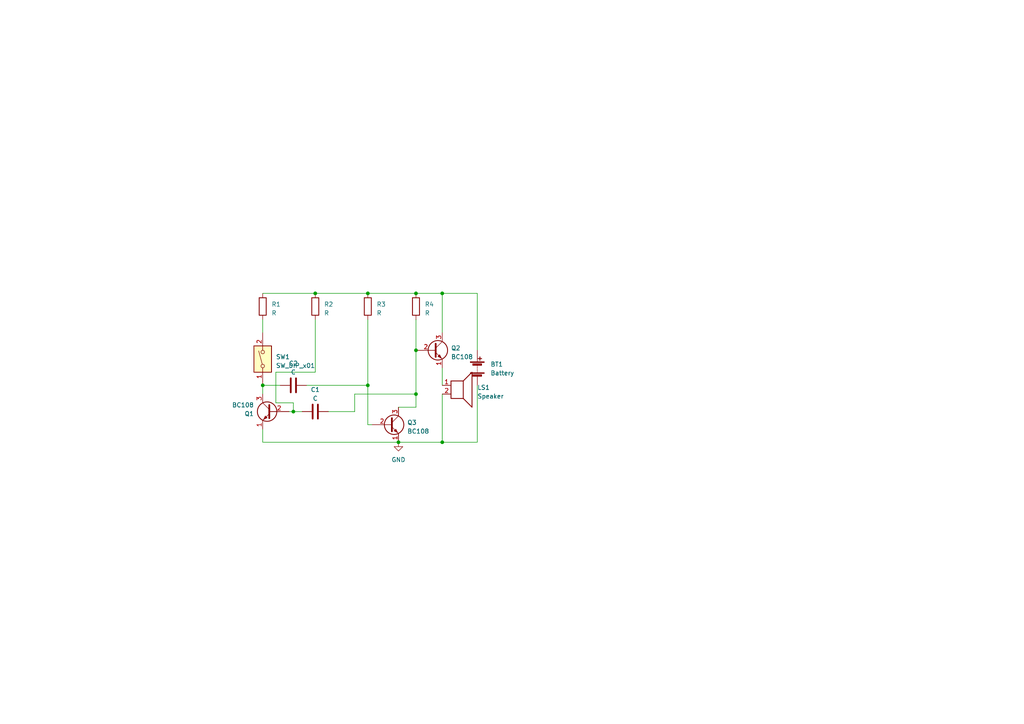
<source format=kicad_sch>
(kicad_sch (version 20230121) (generator eeschema)

  (uuid 171a2204-b638-467c-8c69-642bed6fcee8)

  (paper "A4")

  (lib_symbols
    (symbol "Device:Battery" (pin_numbers hide) (pin_names (offset 0) hide) (in_bom yes) (on_board yes)
      (property "Reference" "BT" (at 2.54 2.54 0)
        (effects (font (size 1.27 1.27)) (justify left))
      )
      (property "Value" "Battery" (at 2.54 0 0)
        (effects (font (size 1.27 1.27)) (justify left))
      )
      (property "Footprint" "" (at 0 1.524 90)
        (effects (font (size 1.27 1.27)) hide)
      )
      (property "Datasheet" "~" (at 0 1.524 90)
        (effects (font (size 1.27 1.27)) hide)
      )
      (property "ki_keywords" "batt voltage-source cell" (at 0 0 0)
        (effects (font (size 1.27 1.27)) hide)
      )
      (property "ki_description" "Multiple-cell battery" (at 0 0 0)
        (effects (font (size 1.27 1.27)) hide)
      )
      (symbol "Battery_0_1"
        (rectangle (start -2.032 -1.397) (end 2.032 -1.651)
          (stroke (width 0) (type default))
          (fill (type outline))
        )
        (rectangle (start -2.032 1.778) (end 2.032 1.524)
          (stroke (width 0) (type default))
          (fill (type outline))
        )
        (rectangle (start -1.3208 -1.9812) (end 1.27 -2.4892)
          (stroke (width 0) (type default))
          (fill (type outline))
        )
        (rectangle (start -1.3208 1.1938) (end 1.27 0.6858)
          (stroke (width 0) (type default))
          (fill (type outline))
        )
        (polyline
          (pts
            (xy 0 -1.524)
            (xy 0 -1.27)
          )
          (stroke (width 0) (type default))
          (fill (type none))
        )
        (polyline
          (pts
            (xy 0 -1.016)
            (xy 0 -0.762)
          )
          (stroke (width 0) (type default))
          (fill (type none))
        )
        (polyline
          (pts
            (xy 0 -0.508)
            (xy 0 -0.254)
          )
          (stroke (width 0) (type default))
          (fill (type none))
        )
        (polyline
          (pts
            (xy 0 0)
            (xy 0 0.254)
          )
          (stroke (width 0) (type default))
          (fill (type none))
        )
        (polyline
          (pts
            (xy 0 0.508)
            (xy 0 0.762)
          )
          (stroke (width 0) (type default))
          (fill (type none))
        )
        (polyline
          (pts
            (xy 0 1.778)
            (xy 0 2.54)
          )
          (stroke (width 0) (type default))
          (fill (type none))
        )
        (polyline
          (pts
            (xy 0.254 2.667)
            (xy 1.27 2.667)
          )
          (stroke (width 0.254) (type default))
          (fill (type none))
        )
        (polyline
          (pts
            (xy 0.762 3.175)
            (xy 0.762 2.159)
          )
          (stroke (width 0.254) (type default))
          (fill (type none))
        )
      )
      (symbol "Battery_1_1"
        (pin passive line (at 0 5.08 270) (length 2.54)
          (name "+" (effects (font (size 1.27 1.27))))
          (number "1" (effects (font (size 1.27 1.27))))
        )
        (pin passive line (at 0 -5.08 90) (length 2.54)
          (name "-" (effects (font (size 1.27 1.27))))
          (number "2" (effects (font (size 1.27 1.27))))
        )
      )
    )
    (symbol "Device:C" (pin_numbers hide) (pin_names (offset 0.254)) (in_bom yes) (on_board yes)
      (property "Reference" "C" (at 0.635 2.54 0)
        (effects (font (size 1.27 1.27)) (justify left))
      )
      (property "Value" "C" (at 0.635 -2.54 0)
        (effects (font (size 1.27 1.27)) (justify left))
      )
      (property "Footprint" "" (at 0.9652 -3.81 0)
        (effects (font (size 1.27 1.27)) hide)
      )
      (property "Datasheet" "~" (at 0 0 0)
        (effects (font (size 1.27 1.27)) hide)
      )
      (property "ki_keywords" "cap capacitor" (at 0 0 0)
        (effects (font (size 1.27 1.27)) hide)
      )
      (property "ki_description" "Unpolarized capacitor" (at 0 0 0)
        (effects (font (size 1.27 1.27)) hide)
      )
      (property "ki_fp_filters" "C_*" (at 0 0 0)
        (effects (font (size 1.27 1.27)) hide)
      )
      (symbol "C_0_1"
        (polyline
          (pts
            (xy -2.032 -0.762)
            (xy 2.032 -0.762)
          )
          (stroke (width 0.508) (type default))
          (fill (type none))
        )
        (polyline
          (pts
            (xy -2.032 0.762)
            (xy 2.032 0.762)
          )
          (stroke (width 0.508) (type default))
          (fill (type none))
        )
      )
      (symbol "C_1_1"
        (pin passive line (at 0 3.81 270) (length 2.794)
          (name "~" (effects (font (size 1.27 1.27))))
          (number "1" (effects (font (size 1.27 1.27))))
        )
        (pin passive line (at 0 -3.81 90) (length 2.794)
          (name "~" (effects (font (size 1.27 1.27))))
          (number "2" (effects (font (size 1.27 1.27))))
        )
      )
    )
    (symbol "Device:R" (pin_numbers hide) (pin_names (offset 0)) (in_bom yes) (on_board yes)
      (property "Reference" "R" (at 2.032 0 90)
        (effects (font (size 1.27 1.27)))
      )
      (property "Value" "R" (at 0 0 90)
        (effects (font (size 1.27 1.27)))
      )
      (property "Footprint" "" (at -1.778 0 90)
        (effects (font (size 1.27 1.27)) hide)
      )
      (property "Datasheet" "~" (at 0 0 0)
        (effects (font (size 1.27 1.27)) hide)
      )
      (property "ki_keywords" "R res resistor" (at 0 0 0)
        (effects (font (size 1.27 1.27)) hide)
      )
      (property "ki_description" "Resistor" (at 0 0 0)
        (effects (font (size 1.27 1.27)) hide)
      )
      (property "ki_fp_filters" "R_*" (at 0 0 0)
        (effects (font (size 1.27 1.27)) hide)
      )
      (symbol "R_0_1"
        (rectangle (start -1.016 -2.54) (end 1.016 2.54)
          (stroke (width 0.254) (type default))
          (fill (type none))
        )
      )
      (symbol "R_1_1"
        (pin passive line (at 0 3.81 270) (length 1.27)
          (name "~" (effects (font (size 1.27 1.27))))
          (number "1" (effects (font (size 1.27 1.27))))
        )
        (pin passive line (at 0 -3.81 90) (length 1.27)
          (name "~" (effects (font (size 1.27 1.27))))
          (number "2" (effects (font (size 1.27 1.27))))
        )
      )
    )
    (symbol "Device:Speaker" (pin_names (offset 0) hide) (in_bom yes) (on_board yes)
      (property "Reference" "LS" (at 1.27 5.715 0)
        (effects (font (size 1.27 1.27)) (justify right))
      )
      (property "Value" "Speaker" (at 1.27 3.81 0)
        (effects (font (size 1.27 1.27)) (justify right))
      )
      (property "Footprint" "" (at 0 -5.08 0)
        (effects (font (size 1.27 1.27)) hide)
      )
      (property "Datasheet" "~" (at -0.254 -1.27 0)
        (effects (font (size 1.27 1.27)) hide)
      )
      (property "ki_keywords" "speaker sound" (at 0 0 0)
        (effects (font (size 1.27 1.27)) hide)
      )
      (property "ki_description" "Speaker" (at 0 0 0)
        (effects (font (size 1.27 1.27)) hide)
      )
      (symbol "Speaker_0_0"
        (rectangle (start -2.54 1.27) (end 1.016 -3.81)
          (stroke (width 0.254) (type default))
          (fill (type none))
        )
        (polyline
          (pts
            (xy 1.016 1.27)
            (xy 3.556 3.81)
            (xy 3.556 -6.35)
            (xy 1.016 -3.81)
          )
          (stroke (width 0.254) (type default))
          (fill (type none))
        )
      )
      (symbol "Speaker_1_1"
        (pin input line (at -5.08 0 0) (length 2.54)
          (name "1" (effects (font (size 1.27 1.27))))
          (number "1" (effects (font (size 1.27 1.27))))
        )
        (pin input line (at -5.08 -2.54 0) (length 2.54)
          (name "2" (effects (font (size 1.27 1.27))))
          (number "2" (effects (font (size 1.27 1.27))))
        )
      )
    )
    (symbol "Switch:SW_DIP_x01" (pin_names (offset 0) hide) (in_bom yes) (on_board yes)
      (property "Reference" "SW" (at 0 3.81 0)
        (effects (font (size 1.27 1.27)))
      )
      (property "Value" "SW_DIP_x01" (at 0 -3.81 0)
        (effects (font (size 1.27 1.27)))
      )
      (property "Footprint" "" (at 0 0 0)
        (effects (font (size 1.27 1.27)) hide)
      )
      (property "Datasheet" "~" (at 0 0 0)
        (effects (font (size 1.27 1.27)) hide)
      )
      (property "ki_keywords" "dip switch" (at 0 0 0)
        (effects (font (size 1.27 1.27)) hide)
      )
      (property "ki_description" "1x DIP Switch, Single Pole Single Throw (SPST) switch, small symbol" (at 0 0 0)
        (effects (font (size 1.27 1.27)) hide)
      )
      (property "ki_fp_filters" "SW?DIP?x1*" (at 0 0 0)
        (effects (font (size 1.27 1.27)) hide)
      )
      (symbol "SW_DIP_x01_0_0"
        (circle (center -2.032 0) (radius 0.508)
          (stroke (width 0) (type default))
          (fill (type none))
        )
        (polyline
          (pts
            (xy -1.524 0.127)
            (xy 2.3622 1.1684)
          )
          (stroke (width 0) (type default))
          (fill (type none))
        )
        (circle (center 2.032 0) (radius 0.508)
          (stroke (width 0) (type default))
          (fill (type none))
        )
      )
      (symbol "SW_DIP_x01_0_1"
        (rectangle (start -3.81 2.54) (end 3.81 -2.54)
          (stroke (width 0.254) (type default))
          (fill (type background))
        )
      )
      (symbol "SW_DIP_x01_1_1"
        (pin passive line (at -7.62 0 0) (length 5.08)
          (name "~" (effects (font (size 1.27 1.27))))
          (number "1" (effects (font (size 1.27 1.27))))
        )
        (pin passive line (at 7.62 0 180) (length 5.08)
          (name "~" (effects (font (size 1.27 1.27))))
          (number "2" (effects (font (size 1.27 1.27))))
        )
      )
    )
    (symbol "Transistor_BJT:BC108" (pin_names (offset 0) hide) (in_bom yes) (on_board yes)
      (property "Reference" "Q" (at 5.08 1.905 0)
        (effects (font (size 1.27 1.27)) (justify left))
      )
      (property "Value" "BC108" (at 5.08 0 0)
        (effects (font (size 1.27 1.27)) (justify left))
      )
      (property "Footprint" "Package_TO_SOT_THT:TO-18-3" (at 5.08 -1.905 0)
        (effects (font (size 1.27 1.27) italic) (justify left) hide)
      )
      (property "Datasheet" "http://www.b-kainka.de/Daten/Transistor/BC108.pdf" (at 0 0 0)
        (effects (font (size 1.27 1.27)) (justify left) hide)
      )
      (property "ki_keywords" "NPN low noise transistor" (at 0 0 0)
        (effects (font (size 1.27 1.27)) hide)
      )
      (property "ki_description" "0.1A Ic, 30V Vce, Low Noise General Purpose NPN Transistor, TO-18" (at 0 0 0)
        (effects (font (size 1.27 1.27)) hide)
      )
      (property "ki_fp_filters" "TO?18*" (at 0 0 0)
        (effects (font (size 1.27 1.27)) hide)
      )
      (symbol "BC108_0_1"
        (polyline
          (pts
            (xy 0.635 0.635)
            (xy 2.54 2.54)
          )
          (stroke (width 0) (type default))
          (fill (type none))
        )
        (polyline
          (pts
            (xy 0.635 -0.635)
            (xy 2.54 -2.54)
            (xy 2.54 -2.54)
          )
          (stroke (width 0) (type default))
          (fill (type none))
        )
        (polyline
          (pts
            (xy 0.635 1.905)
            (xy 0.635 -1.905)
            (xy 0.635 -1.905)
          )
          (stroke (width 0.508) (type default))
          (fill (type none))
        )
        (polyline
          (pts
            (xy 1.27 -1.778)
            (xy 1.778 -1.27)
            (xy 2.286 -2.286)
            (xy 1.27 -1.778)
            (xy 1.27 -1.778)
          )
          (stroke (width 0) (type default))
          (fill (type outline))
        )
        (circle (center 1.27 0) (radius 2.8194)
          (stroke (width 0.254) (type default))
          (fill (type none))
        )
      )
      (symbol "BC108_1_1"
        (pin passive line (at 2.54 -5.08 90) (length 2.54)
          (name "E" (effects (font (size 1.27 1.27))))
          (number "1" (effects (font (size 1.27 1.27))))
        )
        (pin input line (at -5.08 0 0) (length 5.715)
          (name "B" (effects (font (size 1.27 1.27))))
          (number "2" (effects (font (size 1.27 1.27))))
        )
        (pin passive line (at 2.54 5.08 270) (length 2.54)
          (name "C" (effects (font (size 1.27 1.27))))
          (number "3" (effects (font (size 1.27 1.27))))
        )
      )
    )
    (symbol "power:GND" (power) (pin_names (offset 0)) (in_bom yes) (on_board yes)
      (property "Reference" "#PWR" (at 0 -6.35 0)
        (effects (font (size 1.27 1.27)) hide)
      )
      (property "Value" "GND" (at 0 -3.81 0)
        (effects (font (size 1.27 1.27)))
      )
      (property "Footprint" "" (at 0 0 0)
        (effects (font (size 1.27 1.27)) hide)
      )
      (property "Datasheet" "" (at 0 0 0)
        (effects (font (size 1.27 1.27)) hide)
      )
      (property "ki_keywords" "global power" (at 0 0 0)
        (effects (font (size 1.27 1.27)) hide)
      )
      (property "ki_description" "Power symbol creates a global label with name \"GND\" , ground" (at 0 0 0)
        (effects (font (size 1.27 1.27)) hide)
      )
      (symbol "GND_0_1"
        (polyline
          (pts
            (xy 0 0)
            (xy 0 -1.27)
            (xy 1.27 -1.27)
            (xy 0 -2.54)
            (xy -1.27 -1.27)
            (xy 0 -1.27)
          )
          (stroke (width 0) (type default))
          (fill (type none))
        )
      )
      (symbol "GND_1_1"
        (pin power_in line (at 0 0 270) (length 0) hide
          (name "GND" (effects (font (size 1.27 1.27))))
          (number "1" (effects (font (size 1.27 1.27))))
        )
      )
    )
  )


  (junction (at 128.27 85.09) (diameter 0) (color 0 0 0 0)
    (uuid 0c92ede6-b82b-45c0-a5da-eb68b860c5e8)
  )
  (junction (at 120.65 114.3) (diameter 0) (color 0 0 0 0)
    (uuid 1e12bdf5-e1f4-4d8a-aae0-8506e57e9f86)
  )
  (junction (at 120.65 85.09) (diameter 0) (color 0 0 0 0)
    (uuid 48558ba2-a96e-488f-956b-fa63a0755cba)
  )
  (junction (at 106.68 111.76) (diameter 0) (color 0 0 0 0)
    (uuid 4c052aeb-4c5d-41c2-bd30-28060db5a1cd)
  )
  (junction (at 115.57 128.27) (diameter 0) (color 0 0 0 0)
    (uuid 9c82e78f-937d-4944-ae09-6baf06367403)
  )
  (junction (at 128.27 128.27) (diameter 0) (color 0 0 0 0)
    (uuid 9f72c197-472c-499c-b218-145cc22fb57a)
  )
  (junction (at 85.09 119.38) (diameter 0) (color 0 0 0 0)
    (uuid a6fa136e-4a37-47dd-8304-0191ce746c79)
  )
  (junction (at 91.44 85.09) (diameter 0) (color 0 0 0 0)
    (uuid cda2d219-b39a-46e8-98dd-8000203d6261)
  )
  (junction (at 120.65 101.6) (diameter 0) (color 0 0 0 0)
    (uuid ce50f99d-09c5-482d-82ed-1379de5128c0)
  )
  (junction (at 106.68 85.09) (diameter 0) (color 0 0 0 0)
    (uuid dbf733c7-8d0f-435c-8dac-79523eb31b84)
  )
  (junction (at 76.2 111.76) (diameter 0) (color 0 0 0 0)
    (uuid e80e664e-2d86-4fee-9dc6-82e816726f0f)
  )

  (wire (pts (xy 102.87 119.38) (xy 102.87 114.3))
    (stroke (width 0) (type default))
    (uuid 03303d2f-13ab-4dd1-ad9f-4c4b440a0417)
  )
  (wire (pts (xy 120.65 85.09) (xy 128.27 85.09))
    (stroke (width 0) (type default))
    (uuid 0bdd1b3d-cce4-44ed-9ad4-d3208e2661e1)
  )
  (wire (pts (xy 106.68 111.76) (xy 106.68 123.19))
    (stroke (width 0) (type default))
    (uuid 11574a23-1b3f-4ddd-8a31-6cb214242fcf)
  )
  (wire (pts (xy 106.68 92.71) (xy 106.68 111.76))
    (stroke (width 0) (type default))
    (uuid 140dc17c-c162-4b57-953b-6bcbac6954ad)
  )
  (wire (pts (xy 120.65 101.6) (xy 120.65 114.3))
    (stroke (width 0) (type default))
    (uuid 155af031-20ec-44db-8d9e-4a02a771e6b5)
  )
  (wire (pts (xy 128.27 106.68) (xy 128.27 111.76))
    (stroke (width 0) (type default))
    (uuid 197e1a45-98ae-4f1e-b2d0-4d17b186c503)
  )
  (wire (pts (xy 128.27 85.09) (xy 128.27 96.52))
    (stroke (width 0) (type default))
    (uuid 1e2ece94-35b3-4cf7-bcc7-0a9bf141c8e1)
  )
  (wire (pts (xy 76.2 92.71) (xy 76.2 96.52))
    (stroke (width 0) (type default))
    (uuid 2549d352-8675-411d-8586-5d853adeceeb)
  )
  (wire (pts (xy 106.68 123.19) (xy 107.95 123.19))
    (stroke (width 0) (type default))
    (uuid 29a05df6-98ee-4070-8055-7b68f44f4dd7)
  )
  (wire (pts (xy 80.01 116.84) (xy 85.09 116.84))
    (stroke (width 0) (type default))
    (uuid 2e063678-efcb-4086-8e5d-16def864698d)
  )
  (wire (pts (xy 88.9 111.76) (xy 106.68 111.76))
    (stroke (width 0) (type default))
    (uuid 349f46bb-1464-4330-9629-390f576dc114)
  )
  (wire (pts (xy 85.09 119.38) (xy 87.63 119.38))
    (stroke (width 0) (type default))
    (uuid 35d8ee67-0f8d-4172-9175-8c5e3452e98b)
  )
  (wire (pts (xy 128.27 114.3) (xy 128.27 128.27))
    (stroke (width 0) (type default))
    (uuid 43cd1830-5a3b-4976-b7f4-ec5404678433)
  )
  (wire (pts (xy 80.01 107.95) (xy 80.01 116.84))
    (stroke (width 0) (type default))
    (uuid 4ee68727-3a7e-4d5e-bcf5-6f9fd2ec857c)
  )
  (wire (pts (xy 85.09 116.84) (xy 85.09 119.38))
    (stroke (width 0) (type default))
    (uuid 61dea79e-b9d1-449e-b6e3-89263eb82719)
  )
  (wire (pts (xy 76.2 111.76) (xy 76.2 114.3))
    (stroke (width 0) (type default))
    (uuid 67430a4d-70fa-4d0d-9cc1-0156fcbf95e2)
  )
  (wire (pts (xy 120.65 92.71) (xy 120.65 101.6))
    (stroke (width 0) (type default))
    (uuid 6aca3949-2ee3-4e96-9446-68a7529899df)
  )
  (wire (pts (xy 115.57 128.27) (xy 128.27 128.27))
    (stroke (width 0) (type default))
    (uuid 9081d4cf-db61-4433-8b54-261a180485bd)
  )
  (wire (pts (xy 138.43 85.09) (xy 128.27 85.09))
    (stroke (width 0) (type default))
    (uuid aa1b6f7a-003b-4af0-93d6-de5614b5769f)
  )
  (wire (pts (xy 76.2 128.27) (xy 115.57 128.27))
    (stroke (width 0) (type default))
    (uuid aa4eef2f-a8e3-4fe3-836d-fb7f8896fd89)
  )
  (wire (pts (xy 76.2 124.46) (xy 76.2 128.27))
    (stroke (width 0) (type default))
    (uuid aecb986c-4632-4bf0-a13c-e5d36fefa953)
  )
  (wire (pts (xy 138.43 111.76) (xy 138.43 128.27))
    (stroke (width 0) (type default))
    (uuid b0ad7398-c350-4ccc-a426-81bf879dd966)
  )
  (wire (pts (xy 91.44 92.71) (xy 91.44 107.95))
    (stroke (width 0) (type default))
    (uuid b158ea1a-79f1-4ad3-9cf0-4f2123b1be71)
  )
  (wire (pts (xy 76.2 111.76) (xy 81.28 111.76))
    (stroke (width 0) (type default))
    (uuid b1fff143-3671-4863-ac1b-1aa6296cd78e)
  )
  (wire (pts (xy 115.57 118.11) (xy 120.65 118.11))
    (stroke (width 0) (type default))
    (uuid ba4e33aa-bb7f-4acf-927a-4eac19e0d79a)
  )
  (wire (pts (xy 128.27 128.27) (xy 138.43 128.27))
    (stroke (width 0) (type default))
    (uuid c2ff634b-2be8-4b1b-a7f2-45437214bd56)
  )
  (wire (pts (xy 95.25 119.38) (xy 102.87 119.38))
    (stroke (width 0) (type default))
    (uuid c506163c-a357-4902-b326-456cab5cf918)
  )
  (wire (pts (xy 102.87 114.3) (xy 120.65 114.3))
    (stroke (width 0) (type default))
    (uuid cb3a1afd-25c6-44dc-b66b-caa9272b2278)
  )
  (wire (pts (xy 91.44 85.09) (xy 106.68 85.09))
    (stroke (width 0) (type default))
    (uuid ce2f4bad-0a21-4e51-957e-cfff42dafc83)
  )
  (wire (pts (xy 76.2 85.09) (xy 91.44 85.09))
    (stroke (width 0) (type default))
    (uuid cf4d745c-1914-40b7-8c69-64319312b9da)
  )
  (wire (pts (xy 106.68 85.09) (xy 120.65 85.09))
    (stroke (width 0) (type default))
    (uuid d26cf1d3-c9e2-49b9-bfc5-6fe946824fdf)
  )
  (wire (pts (xy 80.01 107.95) (xy 91.44 107.95))
    (stroke (width 0) (type default))
    (uuid d2cca97a-be12-4f95-9681-ae1b7665ae5f)
  )
  (wire (pts (xy 120.65 114.3) (xy 120.65 118.11))
    (stroke (width 0) (type default))
    (uuid eb4d8703-b5c8-4277-8f11-3150c9d04aaf)
  )
  (wire (pts (xy 138.43 101.6) (xy 138.43 85.09))
    (stroke (width 0) (type default))
    (uuid efe5f476-7d3c-434d-95e7-7472e97e5b25)
  )
  (wire (pts (xy 83.82 119.38) (xy 85.09 119.38))
    (stroke (width 0) (type default))
    (uuid f296aa21-efa5-492f-a8c5-b6f8e0023af3)
  )

  (symbol (lib_id "Transistor_BJT:BC108") (at 125.73 101.6 0) (unit 1)
    (in_bom yes) (on_board yes) (dnp no) (fields_autoplaced)
    (uuid 3246006c-0531-451d-a56f-f44bee64bdc8)
    (property "Reference" "Q2" (at 130.81 100.965 0)
      (effects (font (size 1.27 1.27)) (justify left))
    )
    (property "Value" "BC108" (at 130.81 103.505 0)
      (effects (font (size 1.27 1.27)) (justify left))
    )
    (property "Footprint" "Package_TO_SOT_THT:TO-18-3" (at 130.81 103.505 0)
      (effects (font (size 1.27 1.27) italic) (justify left) hide)
    )
    (property "Datasheet" "http://www.b-kainka.de/Daten/Transistor/BC108.pdf" (at 125.73 101.6 0)
      (effects (font (size 1.27 1.27)) (justify left) hide)
    )
    (pin "1" (uuid d26b7d04-6002-4cc5-937c-456c5c188490))
    (pin "2" (uuid e8035f38-5a65-48f3-957e-3d5fd9f7110d))
    (pin "3" (uuid c4f52219-84f5-470d-89ab-7eb01d2dc70e))
    (instances
      (project "ship siren"
        (path "/171a2204-b638-467c-8c69-642bed6fcee8"
          (reference "Q2") (unit 1)
        )
      )
    )
  )

  (symbol (lib_id "Device:R") (at 120.65 88.9 0) (unit 1)
    (in_bom yes) (on_board yes) (dnp no) (fields_autoplaced)
    (uuid 408234e0-62fc-496b-838d-7865cf416157)
    (property "Reference" "R4" (at 123.19 88.265 0)
      (effects (font (size 1.27 1.27)) (justify left))
    )
    (property "Value" "R" (at 123.19 90.805 0)
      (effects (font (size 1.27 1.27)) (justify left))
    )
    (property "Footprint" "" (at 118.872 88.9 90)
      (effects (font (size 1.27 1.27)) hide)
    )
    (property "Datasheet" "~" (at 120.65 88.9 0)
      (effects (font (size 1.27 1.27)) hide)
    )
    (pin "1" (uuid 1d2428b8-245e-46b2-aa52-132d9508aa07))
    (pin "2" (uuid 906b30e8-4ba6-4713-bd12-eb19246ab395))
    (instances
      (project "ship siren"
        (path "/171a2204-b638-467c-8c69-642bed6fcee8"
          (reference "R4") (unit 1)
        )
      )
    )
  )

  (symbol (lib_id "Device:R") (at 106.68 88.9 0) (unit 1)
    (in_bom yes) (on_board yes) (dnp no) (fields_autoplaced)
    (uuid 4082ea91-dc50-4435-8581-651d4be0dd73)
    (property "Reference" "R3" (at 109.22 88.265 0)
      (effects (font (size 1.27 1.27)) (justify left))
    )
    (property "Value" "R" (at 109.22 90.805 0)
      (effects (font (size 1.27 1.27)) (justify left))
    )
    (property "Footprint" "" (at 104.902 88.9 90)
      (effects (font (size 1.27 1.27)) hide)
    )
    (property "Datasheet" "~" (at 106.68 88.9 0)
      (effects (font (size 1.27 1.27)) hide)
    )
    (pin "1" (uuid dfc413e6-d8f3-49d8-b864-039d556a5609))
    (pin "2" (uuid 70539f8a-2584-4846-9935-f76b19a3f659))
    (instances
      (project "ship siren"
        (path "/171a2204-b638-467c-8c69-642bed6fcee8"
          (reference "R3") (unit 1)
        )
      )
    )
  )

  (symbol (lib_id "Transistor_BJT:BC108") (at 113.03 123.19 0) (unit 1)
    (in_bom yes) (on_board yes) (dnp no) (fields_autoplaced)
    (uuid 4c4f7182-357a-46a4-af42-959752991256)
    (property "Reference" "Q3" (at 118.11 122.555 0)
      (effects (font (size 1.27 1.27)) (justify left))
    )
    (property "Value" "BC108" (at 118.11 125.095 0)
      (effects (font (size 1.27 1.27)) (justify left))
    )
    (property "Footprint" "Package_TO_SOT_THT:TO-18-3" (at 118.11 125.095 0)
      (effects (font (size 1.27 1.27) italic) (justify left) hide)
    )
    (property "Datasheet" "http://www.b-kainka.de/Daten/Transistor/BC108.pdf" (at 113.03 123.19 0)
      (effects (font (size 1.27 1.27)) (justify left) hide)
    )
    (pin "1" (uuid 2a3534d8-f614-423e-ad77-85fab37060b0))
    (pin "2" (uuid 54eaeb4f-4e35-4660-9c26-dc91ef63da75))
    (pin "3" (uuid 890a6ea1-0627-4c99-8281-da557101b207))
    (instances
      (project "ship siren"
        (path "/171a2204-b638-467c-8c69-642bed6fcee8"
          (reference "Q3") (unit 1)
        )
      )
    )
  )

  (symbol (lib_id "power:GND") (at 115.57 128.27 0) (unit 1)
    (in_bom yes) (on_board yes) (dnp no) (fields_autoplaced)
    (uuid 5874bc4f-6ec8-4d33-b194-4bcc80cd1d8b)
    (property "Reference" "#PWR01" (at 115.57 134.62 0)
      (effects (font (size 1.27 1.27)) hide)
    )
    (property "Value" "GND" (at 115.57 133.35 0)
      (effects (font (size 1.27 1.27)))
    )
    (property "Footprint" "" (at 115.57 128.27 0)
      (effects (font (size 1.27 1.27)) hide)
    )
    (property "Datasheet" "" (at 115.57 128.27 0)
      (effects (font (size 1.27 1.27)) hide)
    )
    (pin "1" (uuid 8c98c60f-03fe-4947-8db0-d5eab73602d4))
    (instances
      (project "ship siren"
        (path "/171a2204-b638-467c-8c69-642bed6fcee8"
          (reference "#PWR01") (unit 1)
        )
      )
    )
  )

  (symbol (lib_id "Device:C") (at 85.09 111.76 90) (unit 1)
    (in_bom yes) (on_board yes) (dnp no) (fields_autoplaced)
    (uuid 5d45c82b-b876-4b95-a36d-e5f04cc8f034)
    (property "Reference" "C2" (at 85.09 105.41 90)
      (effects (font (size 1.27 1.27)))
    )
    (property "Value" "C" (at 85.09 107.95 90)
      (effects (font (size 1.27 1.27)))
    )
    (property "Footprint" "" (at 88.9 110.7948 0)
      (effects (font (size 1.27 1.27)) hide)
    )
    (property "Datasheet" "~" (at 85.09 111.76 0)
      (effects (font (size 1.27 1.27)) hide)
    )
    (pin "1" (uuid 82e8cc32-d7ac-425a-8115-0570a7eef80a))
    (pin "2" (uuid aed288c4-29c7-45fa-b009-7d44bb23ee1d))
    (instances
      (project "ship siren"
        (path "/171a2204-b638-467c-8c69-642bed6fcee8"
          (reference "C2") (unit 1)
        )
      )
    )
  )

  (symbol (lib_id "Transistor_BJT:BC108") (at 78.74 119.38 0) (mirror y) (unit 1)
    (in_bom yes) (on_board yes) (dnp no)
    (uuid 619efa16-3215-4978-ad9a-dd5911409b77)
    (property "Reference" "Q1" (at 73.66 120.015 0)
      (effects (font (size 1.27 1.27)) (justify left))
    )
    (property "Value" "BC108" (at 73.66 117.475 0)
      (effects (font (size 1.27 1.27)) (justify left))
    )
    (property "Footprint" "Package_TO_SOT_THT:TO-18-3" (at 73.66 121.285 0)
      (effects (font (size 1.27 1.27) italic) (justify left) hide)
    )
    (property "Datasheet" "http://www.b-kainka.de/Daten/Transistor/BC108.pdf" (at 78.74 119.38 0)
      (effects (font (size 1.27 1.27)) (justify left) hide)
    )
    (pin "1" (uuid 72ae6bf9-0a50-407f-9c1b-393d7d246a95))
    (pin "2" (uuid 0fb46047-652d-41b0-b554-7f744c908313))
    (pin "3" (uuid f965a38f-f423-488f-a205-107213804226))
    (instances
      (project "ship siren"
        (path "/171a2204-b638-467c-8c69-642bed6fcee8"
          (reference "Q1") (unit 1)
        )
      )
    )
  )

  (symbol (lib_id "Device:C") (at 91.44 119.38 270) (unit 1)
    (in_bom yes) (on_board yes) (dnp no) (fields_autoplaced)
    (uuid 8caeb6f6-90d5-4508-8b12-1a54b5aa95f6)
    (property "Reference" "C1" (at 91.44 113.03 90)
      (effects (font (size 1.27 1.27)))
    )
    (property "Value" "C" (at 91.44 115.57 90)
      (effects (font (size 1.27 1.27)))
    )
    (property "Footprint" "" (at 87.63 120.3452 0)
      (effects (font (size 1.27 1.27)) hide)
    )
    (property "Datasheet" "~" (at 91.44 119.38 0)
      (effects (font (size 1.27 1.27)) hide)
    )
    (pin "1" (uuid ef4cac47-44d1-4967-80e8-faf0de6a5a7c))
    (pin "2" (uuid b7831fbf-c32f-4274-9ee5-cc24f6107878))
    (instances
      (project "ship siren"
        (path "/171a2204-b638-467c-8c69-642bed6fcee8"
          (reference "C1") (unit 1)
        )
      )
    )
  )

  (symbol (lib_id "Device:R") (at 76.2 88.9 0) (unit 1)
    (in_bom yes) (on_board yes) (dnp no) (fields_autoplaced)
    (uuid 92934590-385b-4473-af1d-d9970eb64bf8)
    (property "Reference" "R1" (at 78.74 88.265 0)
      (effects (font (size 1.27 1.27)) (justify left))
    )
    (property "Value" "R" (at 78.74 90.805 0)
      (effects (font (size 1.27 1.27)) (justify left))
    )
    (property "Footprint" "" (at 74.422 88.9 90)
      (effects (font (size 1.27 1.27)) hide)
    )
    (property "Datasheet" "~" (at 76.2 88.9 0)
      (effects (font (size 1.27 1.27)) hide)
    )
    (pin "1" (uuid 051ab556-f0e7-4d4c-b4d4-27e7f451412c))
    (pin "2" (uuid 329d7377-c252-4ab2-9faf-d66ae4105fe3))
    (instances
      (project "ship siren"
        (path "/171a2204-b638-467c-8c69-642bed6fcee8"
          (reference "R1") (unit 1)
        )
      )
    )
  )

  (symbol (lib_id "Switch:SW_DIP_x01") (at 76.2 104.14 90) (unit 1)
    (in_bom yes) (on_board yes) (dnp no) (fields_autoplaced)
    (uuid bc32f4a7-ee04-47a2-b67e-056a0f077402)
    (property "Reference" "SW1" (at 80.01 103.505 90)
      (effects (font (size 1.27 1.27)) (justify right))
    )
    (property "Value" "SW_DIP_x01" (at 80.01 106.045 90)
      (effects (font (size 1.27 1.27)) (justify right))
    )
    (property "Footprint" "" (at 76.2 104.14 0)
      (effects (font (size 1.27 1.27)) hide)
    )
    (property "Datasheet" "~" (at 76.2 104.14 0)
      (effects (font (size 1.27 1.27)) hide)
    )
    (pin "1" (uuid 4d8fe8c7-5f66-4cce-b94d-6bdb9ca38793))
    (pin "2" (uuid ef66596a-3825-4d94-ba6e-454d284f43c5))
    (instances
      (project "ship siren"
        (path "/171a2204-b638-467c-8c69-642bed6fcee8"
          (reference "SW1") (unit 1)
        )
      )
    )
  )

  (symbol (lib_id "Device:Speaker") (at 133.35 111.76 0) (unit 1)
    (in_bom yes) (on_board yes) (dnp no) (fields_autoplaced)
    (uuid d9aa8017-8988-48d9-9e10-bcdefcce85e0)
    (property "Reference" "LS1" (at 138.43 112.395 0)
      (effects (font (size 1.27 1.27)) (justify left))
    )
    (property "Value" "Speaker" (at 138.43 114.935 0)
      (effects (font (size 1.27 1.27)) (justify left))
    )
    (property "Footprint" "" (at 133.35 116.84 0)
      (effects (font (size 1.27 1.27)) hide)
    )
    (property "Datasheet" "~" (at 133.096 113.03 0)
      (effects (font (size 1.27 1.27)) hide)
    )
    (pin "1" (uuid 4578f9a0-d6d9-4f4f-a083-a8d6eb9c2ee8))
    (pin "2" (uuid 06f3ac4c-564c-41b9-a8a3-cef27b19490d))
    (instances
      (project "ship siren"
        (path "/171a2204-b638-467c-8c69-642bed6fcee8"
          (reference "LS1") (unit 1)
        )
      )
    )
  )

  (symbol (lib_id "Device:R") (at 91.44 88.9 0) (unit 1)
    (in_bom yes) (on_board yes) (dnp no) (fields_autoplaced)
    (uuid dfbfa905-1ac7-43b8-9549-90738220d35f)
    (property "Reference" "R2" (at 93.98 88.265 0)
      (effects (font (size 1.27 1.27)) (justify left))
    )
    (property "Value" "R" (at 93.98 90.805 0)
      (effects (font (size 1.27 1.27)) (justify left))
    )
    (property "Footprint" "" (at 89.662 88.9 90)
      (effects (font (size 1.27 1.27)) hide)
    )
    (property "Datasheet" "~" (at 91.44 88.9 0)
      (effects (font (size 1.27 1.27)) hide)
    )
    (pin "1" (uuid cd98f145-7043-484c-9871-db14df41b3dc))
    (pin "2" (uuid f28f9822-fc77-4391-9355-13765af72b00))
    (instances
      (project "ship siren"
        (path "/171a2204-b638-467c-8c69-642bed6fcee8"
          (reference "R2") (unit 1)
        )
      )
    )
  )

  (symbol (lib_id "Device:Battery") (at 138.43 106.68 0) (unit 1)
    (in_bom yes) (on_board yes) (dnp no) (fields_autoplaced)
    (uuid e561c1c3-3543-43ac-929c-39b513ffe16a)
    (property "Reference" "BT1" (at 142.24 105.664 0)
      (effects (font (size 1.27 1.27)) (justify left))
    )
    (property "Value" "Battery" (at 142.24 108.204 0)
      (effects (font (size 1.27 1.27)) (justify left))
    )
    (property "Footprint" "" (at 138.43 105.156 90)
      (effects (font (size 1.27 1.27)) hide)
    )
    (property "Datasheet" "~" (at 138.43 105.156 90)
      (effects (font (size 1.27 1.27)) hide)
    )
    (pin "1" (uuid 695c146c-8546-4871-aaf9-0d8014b4e83c))
    (pin "2" (uuid 8f7b5d93-c924-456e-b8b7-b4786946308f))
    (instances
      (project "ship siren"
        (path "/171a2204-b638-467c-8c69-642bed6fcee8"
          (reference "BT1") (unit 1)
        )
      )
    )
  )

  (sheet_instances
    (path "/" (page "1"))
  )
)

</source>
